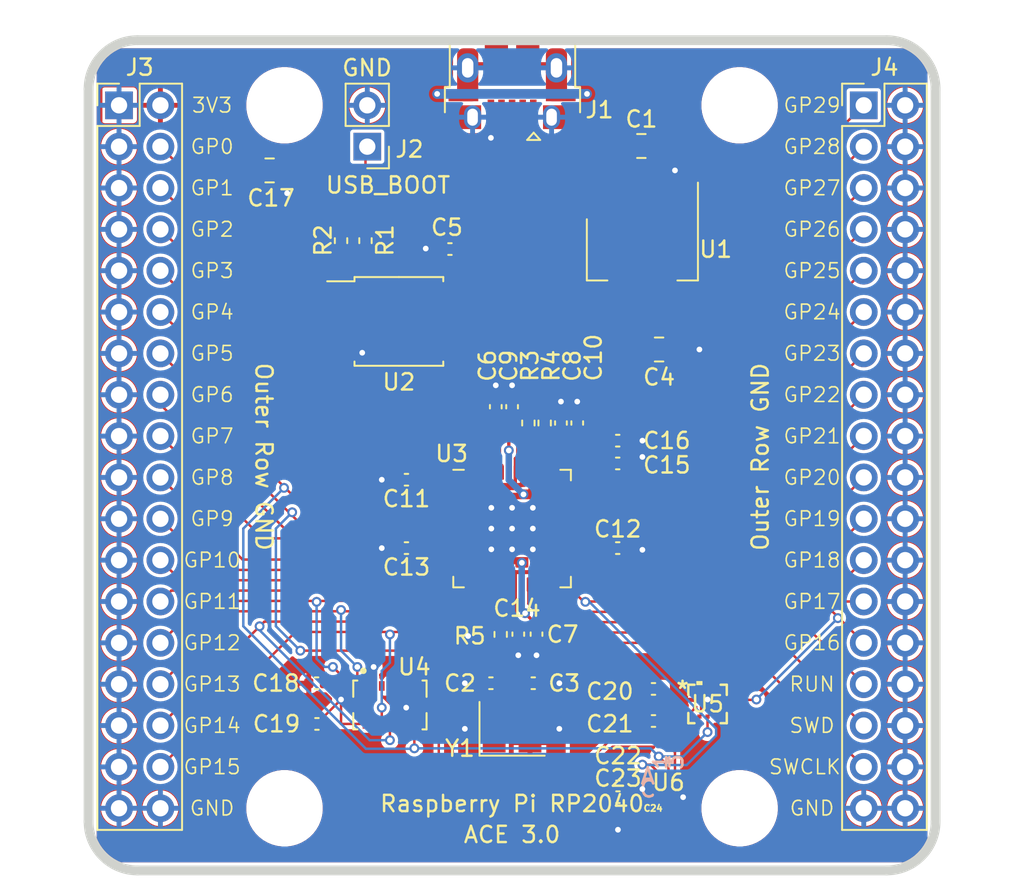
<source format=kicad_pcb>
(kicad_pcb (version 20240108) (generator "pcbnew") (generator_version "8.0")
  (title_block (title "RP2040 Minimal Design Example") (date "2024-01-16") (rev "REV2") (company "Raspberry Pi Ltd"))
  (layers (0 "F.Cu" signal) (31 "B.Cu" signal) (34 "B.Paste" user) (35 "F.Paste" user) (36 "B.SilkS" user "B.Silkscreen") (37 "F.SilkS" user "F.Silkscreen") (38 "B.Mask" user) (39 "F.Mask" user) (44 "Edge.Cuts" user))
  (net 0 "")
  (net 1 "GND")
  (net 2 "VBUS")
  (net 3 "/XIN")
  (net 4 "/XOUT")
  (net 5 "+3V3")
  (net 6 "+1V1")
  (net 8 "/~{USB_BOOT}")
  (net 9 "/GPIO15")
  (net 10 "/GPIO14")
  (net 11 "/GPIO13")
  (net 12 "/GPIO12")
  (net 13 "/GPIO11")
  (net 14 "/GPIO10")
  (net 15 "/GPIO9")
  (net 16 "/GPIO8")
  (net 17 "/GPIO7")
  (net 18 "/GPIO6")
  (net 19 "/GPIO5")
  (net 20 "/GPIO4")
  (net 21 "/GPIO3")
  (net 22 "/GPIO2")
  (net 23 "/GPIO1")
  (net 24 "/GPIO0")
  (net 25 "/GPIO29_ADC3")
  (net 26 "/GPIO28_ADC2")
  (net 27 "/GPIO27_ADC1")
  (net 28 "/GPIO26_ADC0")
  (net 29 "/GPIO25")
  (net 30 "/GPIO24")
  (net 31 "/GPIO23")
  (net 32 "/GPIO22")
  (net 33 "/GPIO21")
  (net 34 "/GPIO20")
  (net 35 "/GPIO19")
  (net 36 "/GPIO18")
  (net 37 "/GPIO16")
  (net 38 "/RUN")
  (net 39 "/SWD")
  (net 40 "/SWCLK")
  (net 41 "/QSPI_SS")
  (net 42 "Net-(U3-USB_DP)")
  (net 43 "Net-(U3-USB_DM)")
  (net 44 "/QSPI_SD3")
  (net 45 "/QSPI_SCLK")
  (net 46 "/QSPI_SD0")
  (net 47 "/QSPI_SD2")
  (net 48 "/QSPI_SD1")
  (net 49 "/USB_D+")
  (net 50 "/USB_D-")
  (net 51 "Net-(C3-Pad1)")
  (net 54 "/SDA")
  (net 55 "/SCL")
  (net 56 "/INT3_GYRO")
  (net 57 "/INT2_ACCEL")
  (net 58 "/INT1_ACCEL")
  (net 59 "/INT4_GYRO")
  (net 60 "/INT_BARO")
  (net 61 "/INT_MAG")
  (footprint "Capacitor_SMD:C_0805_2012Metric" (layer "F.Cu") (at 109.025 89)
    (property "Reference" "C4")
    (property "Value" "10u")
  )
  (footprint "RP2040_minimal:USB_Micro-B_Amphenol_10103594-0001LF_Horizontal_modified" (layer "F.Cu") (at 100 71.7 180)
    (property "Reference" "J1")
    (property "Value" "USB_B_Micro")
  )
  (footprint "Connector_PinHeader_2.54mm:PinHeader_1x02_P2.54mm_Vertical" (layer "F.Cu") (at 91.11 76.54 180)
    (property "Reference" "J2")
    (property "Value" "Conn_01x02")
  )
  (footprint "Connector_PinHeader_2.54mm:PinHeader_2x18_P2.54mm_Vertical" (layer "F.Cu") (at 75.87 74)
    (property "Reference" "J3")
    (property "Value" "Conn_02x18_Odd_Even")
  )
  (footprint "Capacitor_SMD:C_0402_1005Metric" (layer "F.Cu") (at 104 93.515 90)
    (property "Reference" "C10")
    (property "Value" "1u")
  )
  (footprint "Capacitor_SMD:C_0402_1005Metric" (layer "F.Cu") (at 103 93.515 90)
    (property "Reference" "C8")
    (property "Value" "1u")
  )
  (footprint "Capacitor_SMD:C_0402_1005Metric" (layer "F.Cu") (at 93.515 101.2 180)
    (property "Reference" "C13")
    (property "Value" "100n")
  )
  (footprint "Capacitor_SMD:C_0402_1005Metric" (layer "F.Cu") (at 96.185 82.83 180)
    (property "Reference" "C5")
    (property "Value" "100n")
  )
  (footprint "Resistor_SMD:R_0402_1005Metric" (layer "F.Cu") (at 89.5 82.315 -90)
    (property "Reference" "R2")
    (property "Value" "DNF")
  )
  (footprint "Connector_PinHeader_2.54mm:PinHeader_2x18_P2.54mm_Vertical" (layer "F.Cu") (at 121.59 74)
    (property "Reference" "J4")
    (property "Value" "Conn_02x18_Odd_Even")
  )
  (footprint "Package_TO_SOT_SMD:SOT-223-3_TabPin2" (layer "F.Cu") (at 108 82.85 -90)
    (property "Reference" "U1")
    (property "Value" "NCP1117-3.3_SOT223")
  )
  (footprint "Package_SO:SOIC-8_5.23x5.23mm_P1.27mm" (layer "F.Cu") (at 93.05 87.275)
    (property "Reference" "U2")
    (property "Value" "W25Q128JVS")
  )
  (footprint "Resistor_SMD:R_0402_1005Metric" (layer "F.Cu") (at 91 82.315 90)
    (property "Reference" "R1")
    (property "Value" "1k")
  )
  (footprint "Capacitor_SMD:C_0402_1005Metric" (layer "F.Cu") (at 100 92.515 90)
    (property "Reference" "C9")
    (property "Value" "100n")
  )
  (footprint "Capacitor_SMD:C_0402_1005Metric" (layer "F.Cu") (at 106.485 101.2)
    (property "Reference" "C12")
    (property "Value" "100n")
  )
  (footprint "Capacitor_SMD:C_0402_1005Metric" (layer "F.Cu") (at 100.381 106.485 -90)
    (property "Reference" "C14")
    (property "Value" "100n")
  )
  (footprint "Resistor_SMD:R_0402_1005Metric" (layer "F.Cu") (at 101 93.515 -90)
    (property "Reference" "R3")
    (property "Value" "27")
  )
  (footprint "Capacitor_SMD:C_0402_1005Metric" (layer "F.Cu") (at 101.5 106.485 -90)
    (property "Reference" "C7")
    (property "Value" "100n")
  )
  (footprint "Capacitor_SMD:C_0805_2012Metric" (layer "F.Cu") (at 107.9375 76.5)
    (property "Reference" "C1")
    (property "Value" "10u")
  )
  (footprint "Capacitor_SMD:C_0402_1005Metric" (layer "F.Cu") (at 93.515 97 180)
    (property "Reference" "C11")
    (property "Value" "100n")
  )
  (footprint "Capacitor_SMD:C_0402_1005Metric" (layer "F.Cu") (at 106.485 94.6)
    (property "Reference" "C16")
    (property "Value" "100n")
  )
  (footprint "RP2040_minimal:RP2040-QFN-56" (layer "F.Cu") (at 100 100)
    (property "Reference" "U3")
    (property "Value" "RP2040")
  )
  (footprint "MountingHole:MountingHole_2.7mm_M2.5" (layer "F.Cu") (at 113.97 74)
    (property "Reference" "H2" (hide yes))
    (property "Value" "MountingHole")
  )
  (footprint "Resistor_SMD:R_0402_1005Metric" (layer "F.Cu") (at 102 93.515 -90)
    (property "Reference" "R4")
    (property "Value" "27")
  )
  (footprint "MountingHole:MountingHole_2.7mm_M2.5" (layer "F.Cu") (at 113.97 117.18)
    (property "Reference" "H3" (hide yes))
    (property "Value" "MountingHole")
  )
  (footprint "Capacitor_SMD:C_0402_1005Metric" (layer "F.Cu") (at 99 92.515 90)
    (property "Reference" "C6")
    (property "Value" "100n")
  )
  (footprint "Capacitor_SMD:C_0402_1005Metric" (layer "F.Cu") (at 106.485 96)
    (property "Reference" "C15")
    (property "Value" "100n")
  )
  (footprint "MountingHole:MountingHole_2.7mm_M2.5" (layer "F.Cu") (at 86.03 74)
    (property "Reference" "H1" (hide yes))
    (property "Value" "MountingHole")
  )
  (footprint "MountingHole:MountingHole_2.7mm_M2.5" (layer "F.Cu") (at 86.03 117.18)
    (property "Reference" "H4" (hide yes))
    (property "Value" "MountingHole")
  )
  (footprint "Capacitor_SMD:C_0805_2012Metric" (layer "F.Cu") (at 85.115 78)
    (property "Reference" "C17")
    (property "Value" "10u")
  )
  (footprint "Capacitor_SMD:C_0402_1005Metric" (layer "F.Cu") (at 106.5 115.11975)
    (property "Reference" "C22")
    (property "Value" "100n")
  )
  (footprint "Capacitor_SMD:C_0402_1005Metric" (layer "F.Cu") (at 88 109.5)
    (property "Reference" "C18")
    (property "Value" "100n")
  )
  (footprint "Capacitor_SMD:C_0402_1005Metric" (layer "F.Cu") (at 98.7 109.5 180)
    (property "Reference" "C2")
    (property "Value" "15p")
  )
  (footprint "CGB4B3X7R0J225K055AB:CAPC2012X55N" (layer "F.Cu") (at 109.12 118.5)
    (property "Reference" "C24")
    (property "Value" "2.2u")
  )
  (footprint "BMI088:PQFN50P450X300X100-16N" (layer "F.Cu") (at 92.5 110.835)
    (property "Reference" "U4")
    (property "Value" "BMI088")
  )
  (footprint "Capacitor_SMD:C_0402_1005Metric" (layer "F.Cu") (at 88.02 112)
    (property "Reference" "C19")
    (property "Value" "100n")
  )
  (footprint "Capacitor_SMD:C_0402_1005Metric" (layer "F.Cu") (at 101.3 109.5)
    (property "Reference" "C3")
    (property "Value" "15p")
  )
  (footprint "Capacitor_SMD:C_0402_1005Metric" (layer "F.Cu") (at 106.5 116.5)
    (property "Reference" "C23")
    (property "Value" "100n")
  )
  (footprint "Crystal:Crystal_SMD_3225-4Pin_3.2x2.5mm" (layer "F.Cu") (at 100 112.3)
    (property "Reference" "Y1")
    (property "Value" "ABM8-272-T3")
  )
  (footprint "BMM350:BGA9_BMM350_BOS" (layer "F.Cu") (at 109.59995 115.59995)
    (property "Reference" "U6")
    (property "Value" "BMM350")
  )
  (footprint "Capacitor_SMD:C_0402_1005Metric" (layer "F.Cu") (at 108.680699 109.85)
    (property "Reference" "C20")
    (property "Value" "100n")
  )
  (footprint "Capacitor_SMD:C_0402_1005Metric" (layer "F.Cu") (at 108.680699 111.82)
    (property "Reference" "C21")
    (property "Value" "100n")
  )
  (footprint "BMP581:QFN10_BMP581_BOS" (layer "F.Cu") (at 111.999999 110.773001)
    (property "Reference" "U5")
    (property "Value" "BMP581")
  )
  (footprint "Resistor_SMD:R_0402_1005Metric" (layer "F.Cu") (at 99.3 106.5 -90)
    (property "Reference" "R5")
    (property "Value" "1k")
  )
  (gr_line (start 123 121) (end 77 121) (stroke (width 0.6)) (layer "Edge.Cuts"))
  (gr_line (start 126 73) (end 126 118) (stroke (width 0.6)) (layer "Edge.Cuts"))
  (gr_line (start 77 70) (end 123 70) (stroke (width 0.6)) (layer "Edge.Cuts"))
  (gr_line (start 74 118) (end 74 73) (stroke (width 0.6)) (layer "Edge.Cuts"))
  (gr_arc (start 126 118) (mid 125.12132 120.12132) (end 123 121) (stroke (width 0.6)) (layer "Edge.Cuts"))
  (gr_arc (start 123 70) (mid 125.12132 70.87868) (end 126 73) (stroke (width 0.6)) (layer "Edge.Cuts"))
  (gr_arc (start 74 73) (mid 74.87868 70.87868) (end 77 70) (stroke (width 0.6)) (layer "Edge.Cuts"))
  (gr_arc (start 77 121) (mid 74.87868 120.12132) (end 74 118) (stroke (width 0.6)) (layer "Edge.Cuts"))
  (gr_text "GP1" (at 81.585 79.08 0) (layer "F.SilkS") (effects (font (size 0.9 0.9) (thickness 0.1))))
  (gr_text "GP2" (at 81.585 81.62 0) (layer "F.SilkS") (effects (font (size 0.9 0.9) (thickness 0.1))))
  (gr_text "GP3" (at 81.585 84.16 0) (layer "F.SilkS") (effects (font (size 0.9 0.9) (thickness 0.1))))
  (gr_text "GP4" (at 81.585 86.7 0) (layer "F.SilkS") (effects (font (size 0.9 0.9) (thickness 0.1))))
  (gr_text "GP5" (at 81.585 89.24 0) (layer "F.SilkS") (effects (font (size 0.9 0.9) (thickness 0.1))))
  (gr_text "GP6" (at 81.585 91.78 0) (layer "F.SilkS") (effects (font (size 0.9 0.9) (thickness 0.1))))
  (gr_text "GP7" (at 81.585 94.32 0) (layer "F.SilkS") (effects (font (size 0.9 0.9) (thickness 0.1))))
  (gr_text "GP8" (at 81.585 96.86 0) (layer "F.SilkS") (effects (font (size 0.9 0.9) (thickness 0.1))))
  (gr_text "GP9" (at 81.585 99.4 0) (layer "F.SilkS") (effects (font (size 0.9 0.9) (thickness 0.1))))
  (gr_text "GP11" (at 81.585 104.48 0) (layer "F.SilkS") (effects (font (size 0.9 0.9) (thickness 0.1))))
  (gr_text "GP10" (at 81.585 101.94 0) (layer "F.SilkS") (effects (font (size 0.9 0.9) (thickness 0.1))))
  (gr_text "GP12" (at 81.585 107.02 0) (layer "F.SilkS") (effects (font (size 0.9 0.9) (thickness 0.1))))
  (gr_text "GP13" (at 81.585 109.56 0) (layer "F.SilkS") (effects (font (size 0.9 0.9) (thickness 0.1))))
  (gr_text "GP15" (at 81.585 114.64 0) (layer "F.SilkS") (effects (font (size 0.9 0.9) (thickness 0.1))))
  (gr_text "GP14" (at 81.585 112.1 0) (layer "F.SilkS") (effects (font (size 0.9 0.9) (thickness 0.1))))
  (gr_text "GP28" (at 118.415 76.54 0) (layer "F.SilkS") (effects (font (size 0.9 0.9) (thickness 0.1))))
  (gr_text "GP27" (at 118.415 79.08 0) (layer "F.SilkS") (effects (font (size 0.9 0.9) (thickness 0.1))))
  (gr_text "GP26" (at 118.415 81.62 0) (layer "F.SilkS") (effects (font (size 0.9 0.9) (thickness 0.1))))
  (gr_text "GP25" (at 118.415 84.16 0) (layer "F.SilkS") (effects (font (size 0.9 0.9) (thickness 0.1))))
  (gr_text "GP24" (at 118.415 86.7 0) (layer "F.SilkS") (effects (font (size 0.9 0.9) (thickness 0.1))))
  (gr_text "GP23" (at 118.415 89.24 0) (layer "F.SilkS") (effects (font (size 0.9 0.9) (thickness 0.1))))
  (gr_text "GP21" (at 118.415 94.32 0) (layer "F.SilkS") (effects (font (size 0.9 0.9) (thickness 0.1))))
  (gr_text "GP20" (at 118.415 96.86 0) (layer "F.SilkS") (effects (font (size 0.9 0.9) (thickness 0.1))))
  (gr_text "GP19" (at 118.415 99.4 0) (layer "F.SilkS") (effects (font (size 0.9 0.9) (thickness 0.1))))
  (gr_text "GP17" (at 118.415 104.48 0) (layer "F.SilkS") (effects (font (size 0.9 0.9) (thickness 0.1))))
  (gr_text "GP22" (at 118.415 91.78 0) (layer "F.SilkS") (effects (font (size 0.9 0.9) (thickness 0.1))))
  (gr_text "GP18" (at 118.415 101.94 0) (layer "F.SilkS") (effects (font (size 0.9 0.9) (thickness 0.1))))
  (gr_text "SWCLK" (at 117.9705 114.64 0) (layer "F.SilkS") (effects (font (size 0.9 0.9) (thickness 0.1))))
  (gr_text "SWD" (at 118.415 112.1 0) (layer "F.SilkS") (effects (font (size 0.9 0.9) (thickness 0.1))))
  (gr_text "GP16" (at 118.415 107.02 0) (layer "F.SilkS") (effects (font (size 0.9 0.9) (thickness 0.1))))
  (gr_text "RUN" (at 118.415 109.56 0) (layer "F.SilkS") (effects (font (size 0.9 0.9) (thickness 0.1))))
  (gr_text "GND" (at 81.585 117.18 0) (layer "F.SilkS") (effects (font (size 0.9 0.9) (thickness 0.1))))
  (gr_text "GND" (at 118.415 117.18 0) (layer "F.SilkS") (effects (font (size 0.9 0.9) (thickness 0.1))))
  (gr_text "GP29" (at 118.415 74 0) (layer "F.SilkS") (effects (font (size 0.9 0.9) (thickness 0.1))))
  (gr_text "Outer Row GND" (at 84.76 95.59 270) (layer "F.SilkS") (effects (font (size 1 1))))
  (gr_text "Outer Row GND" (at 115.24 95.59 90) (layer "F.SilkS") (effects (font (size 1 1))))
  (gr_text "Raspberry Pi RP2040" (at 100 116.9 0) (layer "F.SilkS") (effects (font (size 1 1))))
  (gr_text "ACE 3.0" (at 100 118.8 0) (layer "F.SilkS") (effects (font (size 1 1))))
  (gr_text "GND" (at 91.1 71.7 0) (layer "F.SilkS") (effects (font (size 1 1))))
  (gr_text "GP0" (at 81.585 76.54 0) (layer "F.SilkS") (effects (font (size 0.9 0.9) (thickness 0.1))))
  (gr_text "3V3" (at 81.585 74 0) (layer "F.SilkS") (effects (font (size 0.9 0.9) (thickness 0.1))))
  (gr_text "\nUSB_BOOT" (at 92.38 78.1 0) (layer "F.SilkS") (effects (font (size 1 1))))
  (segment (start 93.03 101.2) (end 92 101.2) (width 0.2) (layer "F.Cu") (net 1))
  (segment (start 104 93.03) (end 104 92.2) (width 0.2) (layer "F.Cu") (net 1))
  (segment (start 112 110.5) (end 112 110.499998) (width 0.15) (layer "F.Cu") (net 1))
  (segment (start 106.97 101.2) (end 107.075 101.305) (width 0.2) (layer "F.Cu") (net 1))
  (segment (start 106.97 94.6) (end 108 94.6) (width 0.2) (layer "F.Cu") (net 1))
  (segment (start 98.7 74.6) (end 98.7 76) (width 0.2) (layer "F.Cu") (net 1))
  (segment (start 107.075 101.305) (end 108 101.305) (width 0.2) (layer "F.Cu") (net 1))
  (segment (start 110.3 79.7) (end 110.3 78.3) (width 0.2) (layer "F.Cu") (net 1))
  (segment (start 102.46 71.45) (end 102.73 71.72) (width 0.2) (layer "F.Cu") (net 1))
  (segment (start 110.3 78.3) (end 110 78) (width 0.2) (layer "F.Cu") (net 1))
  (segment (start 95.375 82.8) (end 94.7 82.8) (width 0.2) (layer "F.Cu") (net 1))
  (segment (start 109.1999 115.59995) (end 109.59995 115.59995) (width 0.15) (layer "F.Cu") (net 1))
  (segment (start 112.499998 111.546002) (end 112.3956 111.441604) (width 0.15) (layer "F.Cu") (net 1))
  (segment (start 111.604398 110.895602) (end 112 110.5) (width 0.15) (layer "F.Cu") (net 1))
  (segment (start 101.5 106.97) (end 101.5 107.782004) (width 0.2) (layer "F.Cu") (net 1))
  (segment (start 89.5 112) (end 89.5 110.5) (width 0.15) (layer "F.Cu") (net 1))
  (segment (start 106.97 96) (end 107.6 96) (width 0.15) (layer "F.Cu") (net 1))
  (segment (start 97.54 71.45) (end 97.27 71.72) (width 0.2) (layer "F.Cu") (net 1))
  (segment (start 88.48 109.5) (end 88.5 109.5) (width 0.15) (layer "F.Cu") (net 1))
  (segment (start 112 110.5) (end 111.999999 110) (width 0.15) (layer "F.Cu") (net 1))
  (segment (start 108.875 76.875) (end 110 78) (width 0.2) (layer "F.Cu") (net 1))
  (segment (start 106.98 116.5) (end 107.5 116.5) (width 0.15) (layer "F.Cu") (net 1))
  (segment (start 89.45 89.18) (end 90.78 89.18) (width 0.2) (layer "F.Cu") (net 1))
  (segment (start 92.5 110) (end 93.5 111) (width 0.15) (layer "F.Cu") (net 1))
  (segment (start 86.14 78) (end 86.14 79.35) (width 0.15) (layer "F.Cu") (net 1))
  (segment (start 110.05 89) (end 111.5 89) (width 0.2) (layer "F.Cu") (net 1))
  (segment (start 99 104.6545) (end 99 103.4375) (width 0.15) (layer "F.Cu") (net 1))
  (segment (start 99.04 71.45) (end 97.54 71.45) (width 0.2) (layer "F.Cu") (net 1))
  (segment (start 108.40005 115.59995) (end 109.1999 115.59995) (width 0.15) (layer "F.Cu") (net 1))
  (segment (start 97.3 106.6) (end 97.3 106.3545) (width 0.15) (layer "F.Cu") (net 1))
  (segment (start 111.5 111.546002) (end 111.604398 111.441604) (width 0.15) (layer "F.Cu") (net 1))
  (segment (start 99 92.03) (end 99 91.200008) (width 0.2) (layer "F.Cu") (net 1))
  (segment (start 93.5 109.67) (end 93.5 111) (width 0.15) (layer "F.Cu") (net 1))
  (segment (start 107.6 96) (end 108 95.6) (width 0.15) (layer "F.Cu") (net 1))
  (segment (start 107.5 116.5) (end 108 116) (width 0.15) (layer "F.Cu") (net 1))
  (segment (start 112.3956 111.441604) (end 112.3956 110.8956) (width 0.15) (layer "F.Cu") (net 1))
  (segment (start 88.5 112) (end 88.5 111.5) (width 0.15) (layer "F.Cu") (net 1))
  (segment (start 107.17975 115.11975) (end 107.17975 115.17975) (width 0.15) (layer "F.Cu") (net 1))
  (segment (start 106.5 118.5) (end 108.24 118.5) (width 0.15) (layer "F.Cu") (net 1))
  (segment (start 95.7 82.83) (end 95.405 82.83) (width 0.2) (layer "F.Cu") (net 1))
  (segment (start 89.5 110.5) (end 89.25 110.25) (width 0.15) (layer "F.Cu") (net 1))
  (segment (start 100.381 107.781984) (end 100.380994 107.78199) (width 0.2) (layer "F.Cu") (net 1))
  (segment (start 100.381 106.97) (end 100.381 107.781984) (width 0.2) (layer "F.Cu") (net 1))
  (segment (start 88.5 111.5) (end 89.5 110.5) (width 0.15) (layer "F.Cu") (net 1))
  (segment (start 88.5 109.5) (end 89.5 110.5) (width 0.15) (layer "F.Cu") (net 1))
  (segment (start 100 92.03) (end 100 91.2) (width 0.2) (layer "F.Cu") (net 1))
  (segment (start 112.3956 110.8956) (end 112 110.5) (width 0.15) (layer "F.Cu") (net 1))
  (segment (start 103 93.03) (end 103 92.2) (width 0.2) (layer "F.Cu") (net 1))
  (segment (start 93.03 97) (end 92 97) (width 0.2) (layer "F.Cu") (net 1))
  (segment (start 95.405 82.83) (end 95.375 82.8) (width 0.2) (layer "F.Cu") (net 1))
  (segment (start 108 116) (end 108.40005 115.59995) (width 0.15) (layer "F.Cu") (net 1))
  (segment (start 90.78 89.18) (end 90.8 89.2) (width 0.2) (layer "F.Cu") (net 1))
  (segment (start 86.14 79.35) (end 86.19 79.4) (width 0.15) (layer "F.Cu") (net 1))
  (segment (start 97.3 106.3545) (end 99 104.6545) (width 0.15) (layer "F.Cu") (net 1))
  (segment (start 91.5 108.5) (end 91.5 109.67) (width 0.15) (layer "F.Cu") (net 1))
  (segment (start 111.604398 111.441604) (end 111.604398 110.895602) (width 0.15) (layer "F.Cu") (net 1))
  (segment (start 107.17975 115.17975) (end 108 116) (width 0.15) (layer "F.Cu") (net 1))
  (segment (start 110 116) (end 110.5 116.5) (width 0.15) (layer "F.Cu") (net 1))
  (segment (start 93.5 112) (end 93.5 111) (width 0.15) (layer "F.Cu") (net 1))
  (segment (start 100.96 71.45) (end 102.46 71.45) (width 0.2) (layer "F.Cu") (net 1))
  (segment (start 91 112) (end 89.5 112) (width 0.15) (layer "F.Cu") (net 1))
  (segment (start 112 110.499998) (end 112.499998 110) (width 0.15) (layer "F.Cu") (net 1))
  (segment (start 108.875 76.5) (end 108.875 76.875) (width 0.2) (layer "F.Cu") (net 1))
  (segment (start 92.5 109.67) (end 92.5 110) (width 0.15) (layer "F.Cu") (net 1))
  (via (at 97.1 112.3) (size 0.6) (drill 0.35) (layers "F.Cu" "B.Cu") (net 1))
  (via (at 97.1 109.5) (size 0.6) (drill 0.35) (layers "F.Cu" "B.Cu") (net 1))
  (via (at 102.9 109.5) (size 0.6) (drill 0.35) (layers "F.Cu" "B.Cu") (net 1))
  (via (at 110.5 116.5) (size 0.6) (drill 0.35) (layers "F.Cu" "B.Cu") (net 1))
  (via (at 99 91.200008) (size 0.6) (drill 0.35) (layers "F.Cu" "B.Cu") (net 1))
  (via (at 97.3 106.6) (size 0.6) (drill 0.35) (layers "F.Cu" "B.Cu") (net 1))
  (via (at 92 97) (size 0.6) (drill 0.35) (layers "F.Cu" "B.Cu") (net 1))
  (via (at 91.5 108.5) (size 0.6) (drill 0.35) (layers "F.Cu" "B.Cu") (net 1))
  (via (at 98.7 76) (size 0.6) (drill 0.35) (layers "F.Cu" "B.Cu") (net 1))
  (via (at 108 101.305) (size 0.6) (drill 0.35) (layers "F.Cu" "B.Cu") (net 1))
  (via (at 86.19 79.4) (size 0.6) (drill 0.35) (layers "F.Cu" "B.Cu") (net 1))
  (via (at 101.5 107.782004) (size 0.6) (drill 0.35) (layers "F.Cu" "B.Cu") (net 1))
  (via (at 102.9 112.3) (size 0.6) (drill 0.35) (layers "F.Cu" "B.Cu") (net 1))
  (via (at 92 101.2) (size 0.6) (drill 0.35) (layers "F.Cu" "B.Cu") (net 1))
  (via (at 108 94.6) (size 0.6) (drill 0.35) (layers "F.Cu" "B.Cu") (net 1))
  (via (at 111.5 89) (size 0.6) (drill 0.35) (layers "F.Cu" "B.Cu") (net 1))
  (via (at 103 92.2) (size 0.6) (drill 0.35) (layers "F.Cu" "B.Cu") (net 1))
  (via (at 94.7 82.8) (size 0.6) (drill 0.35) (layers "F.Cu" "B.Cu") (net 1))
  (via (at 100.380994 107.78199) (size 0.6) (drill 0.35) (layers "F.Cu" "B.Cu") (net 1))
  (via (at 108 116) (size 0.6) (drill 0.35) (layers "F.Cu" "B.Cu") (net 1))
  (via (at 108 95.6) (size 0.6) (drill 0.35) (layers "F.Cu" "B.Cu") (net 1))
  (via (at 106.5 118.5) (size 0.6) (drill 0.35) (layers "F.Cu" "B.Cu") (net 1))
  (via (at 90.8 89.2) (size 0.6) (drill 0.35) (layers "F.Cu" "B.Cu") (net 1))
  (via (at 104 92.2) (size 0.6) (drill 0.35) (layers "F.Cu" "B.Cu") (net 1))
  (via (at 112 110.5) (size 0.6) (drill 0.35) (layers "F.Cu" "B.Cu") (net 1))
  (via (at 93.5 111) (size 0.6) (drill 0.35) (layers "F.Cu" "B.Cu") (net 1))
  (via (at 89.5 110.5) (size 0.6) (drill 0.35) (layers "F.Cu" "B.Cu") (net 1))
  (via (at 110 78) (size 0.6) (drill 0.35) (layers "F.Cu" "B.Cu") (net 1))
  (via (at 100 91.2) (size 0.6) (drill 0.35) (layers "F.Cu" "B.Cu") (net 1))
  (segment (start 103.299999 92.499999) (end 103 92.2) (width 0.2) (layer "B.Cu") (net 1))
  (segment (start 104 93) (end 103.8 93) (width 0.2) (layer "B.Cu") (net 1))
  (segment (start 103.8 93) (end 103.299999 92.499999) (width 0.2) (layer "B.Cu") (net 1))
  (segment (start 101.3 74.525) (end 101.3 75.5) (width 0.4) (layer "F.Cu") (net 2))
  (segment (start 101.3 75.5) (end 102.1 76.3) (width 0.4) (layer "F.Cu") (net 2))
  (segment (start 99.4 104.937861) (end 98.6 105.737861) (width 0.15) (layer "F.Cu") (net 3))
  (segment (start 99.4 103.4375) (end 99.4 104.937861) (width 0.15) (layer "F.Cu") (net 3))
  (segment (start 98.6 108.92) (end 99.18 109.5) (width 0.15) (layer "F.Cu") (net 3))
  (segment (start 99.18 109.5) (end 100 110.32) (width 0.15) (layer "F.Cu") (net 3))
  (segment (start 98.6 105.737861) (end 98.6 108.92) (width 0.15) (layer "F.Cu") (net 3))
  (segment (start 100 112.3) (end 99.15 113.15) (width 0.15) (layer "F.Cu") (net 3))
  (segment (start 99.15 113.15) (end 98.9 113.15) (width 0.15) (layer "F.Cu") (net 3))
  (segment (start 100 110.32) (end 100 112.3) (width 0.15) (layer "F.Cu") (net 3))
  (segment (start 99.8 105.1) (end 99.3 105.6) (width 0.15) (layer "F.Cu") (net 4))
  (segment (start 99.3 105.6) (end 99.3 105.99) (width 0.15) (layer "F.Cu") (net 4))
  (segment (start 99.8 103.4375) (end 99.8 105.1) (width 0.15) (layer "F.Cu") (net 4))
  (segment (start 92 109.225) (end 92.725 108.5) (width 0.15) (layer "F.Cu") (net 5))
  (segment (start 92.725 108.5) (end 93 108.5) (width 0.15) (layer "F.Cu") (net 5))
  (segment (start 96.5625 101) (end 94.2 101) (width 0.2) (layer "F.Cu") (net 5))
  (segment (start 100.2 102.8) (end 100 102.6) (width 0.2) (layer "F.Cu") (net 5))
  (segment (start 94.2 101) (end 94 101.2) (width 0.2) (layer "F.Cu") (net 5))
  (segment (start 100.9525 106.2515) (end 100.9525 108.163) (width 0.15) (layer "F.Cu") (net 5))
  (segment (start 103.4375 101) (end 102.6 101) (width 0.2) (layer "F.Cu") (net 5))
  (segment (start 100.2 95.7) (end 100.2 96.5625) (width 0.2) (layer "F.Cu") (net 5))
  (segment (start 96.5625 101) (end 97.4 101) (width 0.2) (layer "F.Cu") (net 5))
  (segment (start 100.2 105.5055) (end 100.381 105.6865) (width 0.2) (layer "F.Cu") (net 5))
  (segment (start 92 110.257537) (end 93 111.257537) (width 0.15) (layer "F.Cu") (net 5))
  (segment (start 100.6 95.799998) (end 100.350001 95.549999) (width 0.2) (layer "F.Cu") (net 5))
  (segment (start 100.381 106) (end 100.701 106) (width 0.15) (layer "F.Cu") (net 5))
  (segment (start 100.6 97.2) (end 100.4 97.4) (width 0.2) (layer "F.Cu") (net 5))
  (segment (start 103.4375 101) (end 105.8 101) (width 0.2) (layer "F.Cu") (net 5))
  (segment (start 101.096505 108.307005) (end 102.141995 108.307005) (width 0.15) (layer "F.Cu") (net 5))
  (segment (start 100.701 106) (end 100.9525 106.2515) (width 0.15) (layer "F.Cu") (net 5))
  (segment (start 100.350001 94.112535) (end 100.350001 95.549999) (width 0.2) (layer "F.Cu") (net 5))
  (segment (start 100.2 103.4375) (end 100.2 105.5055) (width 0.2) (layer "F.Cu") (net 5))
  (segment (start 105.8 101) (end 106 101.2) (width 0.2) (layer "F.Cu") (net 5))
  (segment (start 93 111.257537) (end 93 112) (width 0.15) (layer "F.Cu") (net 5))
  (segment (start 93 112.5) (end 93 112) (width 0.15) (layer "F.Cu") (net 5))
  (segment (start 96.5625 97.4) (end 97.4 97.4) (width 0.2) (layer "F.Cu") (net 5))
  (segment (start 100 93) (end 100 93.762534) (width 0.2) (layer "F.Cu") (net 5))
  (segment (start 100.6 96.5625) (end 100.6 97.2) (width 0.2) (layer "F.Cu") (net 5))
  (segment (start 100.9525 108.163) (end 101.096505 108.307005) (width 0.15) (layer "F.Cu") (net 5))
  (segment (start 100.6 96.5625) (end 100.6 95.799998) (width 0.2) (layer "F.Cu") (net 5))
  (segment (start 100.2 96.5625) (end 100.2 97.4) (width 0.2) (layer "F.Cu") (net 5))
  (segment (start 108 86) (end 108 89) (width 0.2) (layer "F.Cu") (net 5))
  (segment (start 100.381 105.6865) (end 100.381 106) (width 0.2) (layer "F.Cu") (net 5))
  (segment (start 100.350001 95.549999) (end 100.2 95.7) (width 0.2) (layer "F.Cu") (net 5))
  (segment (start 102.2 96.1) (end 103.6 94.7) (width 0.2) (layer "F.Cu") (net 5))
  (segment (start 110 115.59995) (end 110.90005 115.59995) (width 0.15) (layer "F.Cu") (net 5))
  (segment (start 100.2 97.4) (end 100.2 97) (width 0.2) (layer "F.Cu") (net 5))
  (segment (start 100 93.762534) (end 100.350001 94.112535) (width 0.2) (layer "F.Cu") (net 5))
  (segment (start 92 109.67) (end 92 109.225) (width 0.15) (layer "F.Cu") (net 5))
  (segment (start 96.65 85.37) (end 96.65 82.85) (width 0.2) (layer "F.Cu") (net 5))
  (segment (start 100.2 103.4375) (end 100.2 102.8) (width 0.2) (layer "F.Cu") (net 5))
  (segment (start 102.2 96.5625) (end 102.2 96.1) (width 0.2) (layer "F.Cu") (net 5))
  (segment (start 96.65 82.85) (end 96.67 82.83) (width 0.2) (layer "F.Cu") (net 5))
  (segment (start 96.5625 97.4) (end 95.7 97.4) (width 0.2) (layer "F.Cu") (net 5))
  (segment (start 74.7 72.9) (end 74.7 75.2) (width 0.3) (layer "F.Cu") (net 5))
  (segment (start 92 109.67) (end 92 110.257537) (width 0.15) (layer "F.Cu") (net 5))
  (via (at 104.6 73.3) (size 0.6) (drill 0.35) (layers "F.Cu" "B.Cu") (net 5))
  (via (at 95.4 73.3) (size 0.6) (drill 0.35) (layers "F.Cu" "B.Cu") (net 5))
  (segment (start 104.6 73.3) (end 95.4 73.3) (width 0.6) (layer "B.Cu") (net 5))
  (segment (start 99.8 96.5625) (end 99.8 95.199994) (width 0.2) (layer "F.Cu") (net 6))
  (segment (start 101.8 95.8) (end 103 94.6) (width 0.2) (layer "F.Cu") (net 6))
  (segment (start 99 93.295) (end 99.8 94.095) (width 0.2) (layer "F.Cu") (net 6))
  (segment (start 101.5 105.9) (end 100.8 105.2) (width 0.2) (layer "F.Cu") (net 6))
  (segment (start 100.6 105) (end 100.8 105.2) (width 0.2) (layer "F.Cu") (net 6))
  (segment (start 99.8 94.095) (end 99.8 94.77573) (width 0.2) (layer "F.Cu") (net 6))
  (segment (start 101.5 106) (end 101.5 105.9) (width 0.2) (layer "F.Cu") (net 6))
  (segment (start 101.8 96.5625) (end 101.8 95.8) (width 0.2) (layer "F.Cu") (net 6))
  (segment (start 101.8 96.5625) (end 101.8 97.4) (width 0.2) (layer "F.Cu") (net 6))
  (segment (start 99 93) (end 99 93.295) (width 0.2) (layer "F.Cu") (net 6))
  (segment (start 99.8 94.77573) (end 99.8 95.199994) (width 0.2) (layer "F.Cu") (net 6))
  (segment (start 103 94.6) (end 103 94) (width 0.2) (layer "F.Cu") (net 6))
  (segment (start 100.6 103.4375) (end 100.6 105) (width 0.2) (layer "F.Cu") (net 6))
  (via (at 99.8 95.199994) (size 0.6) (drill 0.35) (layers "F.Cu" "B.Cu") (net 6))
  (via (at 100.7 97.9) (size 0.6) (drill 0.35) (layers "F.Cu" "B.Cu") (net 6))
  (via (at 100.8 105.2) (size 0.6) (drill 0.35) (layers "F.Cu" "B.Cu") (net 6))
  (via (at 100.59997 102.1) (size 0.6) (drill 0.35) (layers "F.Cu" "B.Cu") (net 6))
  (segment (start 100.8 105.2) (end 100.59 104.99) (width 0.4) (layer "B.Cu") (net 6))
  (segment (start 100.59 104.99) (end 100.59 102.10997) (width 0.4) (layer "B.Cu") (net 6))
  (segment (start 100.59 102.10997) (end 100.59997 102.1) (width 0.4) (layer "B.Cu") (net 6))
  (segment (start 99.8 97.01) (end 100.69 97.9) (width 0.4) (layer "B.Cu") (net 6))
  (segment (start 99.8 95.199994) (end 99.8 97.01) (width 0.4) (layer "B.Cu") (net 6))
  (segment (start 100.69 97.9) (end 100.7 97.9) (width 0.4) (layer "B.Cu") (net 6))
  (segment (start 91 76.65) (end 91.11 76.54) (width 0.15) (layer "F.Cu") (net 8))
  (segment (start 91 81.83) (end 91 76.65) (width 0.15) (layer "F.Cu") (net 8))
  (segment (start 79.08 103.81) (end 78.41 104.48) (width 0.15) (layer "F.Cu") (net 13))
  (segment (start 96.5625 102.6) (end 96.13 102.6) (width 0.15) (layer "F.Cu") (net 13))
  (segment (start 94.92 103.81) (end 79.08 103.81) (width 0.15) (layer "F.Cu") (net 13))
  (segment (start 96.13 102.6) (end 94.92 103.81) (width 0.15) (layer "F.Cu") (net 13))
  (segment (start 96.5625 102.2) (end 95.26 102.2) (width 0.15) (layer "F.Cu") (net 14))
  (segment (start 95.26 102.2) (end 94.285 103.175) (width 0.15) (layer "F.Cu") (net 14))
  (segment (start 79.645 103.175) (end 78.41 101.94) (width 0.15) (layer "F.Cu") (net 14))
  (segment (start 94.285 103.175) (end 79.645 103.175) (width 0.15) (layer "F.Cu") (net 14))
  (segment (start 94.285 102.54) (end 81.55 102.54) (width 0.15) (layer "F.Cu") (net 15))
  (segment (start 81.55 102.54) (end 78.41 99.4) (width 0.15) (layer "F.Cu") (net 15))
  (segment (start 96.5625 101.8) (end 95.025 101.8) (width 0.15) (layer "F.Cu") (net 15))
  (segment (start 95.025 101.8) (end 94.285 102.54) (width 0.15) (layer "F.Cu") (net 15))
  (segment (start 83.455 101.905) (end 78.41 96.86) (width 0.15) (layer "F.Cu") (net 16))
  (segment (start 94.285 101.905) (end 83.455 101.905) (width 0.15) (layer "F.Cu") (net 16))
  (segment (start 94.79 101.4) (end 94.285 101.905) (width 0.15) (layer "F.Cu") (net 16))
  (segment (start 96.5625 101.4) (end 94.79 101.4) (width 0.15) (layer "F.Cu") (net 16))
  (segment (start 96.5625 100.6) (end 84.69 100.6) (width 0.15) (layer "F.Cu") (net 17))
  (segment (start 84.69 100.6) (end 78.41 94.32) (width 0.15) (layer "F.Cu") (net 17))
  (segment (start 86.23 100.2) (end 78.41 92.38) (width 0.15) (layer "F.Cu") (net 18))
  (segment (start 78.41 92.38) (end 78.41 91.78) (width 0.15) (layer "F.Cu") (net 18))
  (segment (start 96.5625 100.2) (end 86.23 100.2) (width 0.15) (layer "F.Cu") (net 18))
  (segment (start 88.84 99) (end 82.22 92.38) (width 0.15) (layer "F.Cu") (net 21))
  (segment (start 96.5625 99) (end 88.84 99) (width 0.15) (layer "F.Cu") (net 21))
  (segment (start 82.22 87.9525) (end 78.4275 84.16) (width 0.15) (layer "F.Cu") (net 21))
  (segment (start 82.22 92.38) (end 82.22 87.9525) (width 0.15) (layer "F.Cu") (net 21))
  (segment (start 78.4275 84.16) (end 78.41 84.16) (width 0.15) (layer "F.Cu") (net 21))
  (segment (start 96.5625 98.6) (end 89.71 98.6) (width 0.15) (layer "F.Cu") (net 22))
  (segment (start 83.49 86.6825) (end 78.4275 81.62) (width 0.15) (layer "F.Cu") (net 22))
  (segment (start 78.4275 81.62) (end 78.41 81.62) (width 0.15) (layer "F.Cu") (net 22))
  (segment (start 83.49 92.38) (end 83.49 86.6825) (width 0.15) (layer "F.Cu") (net 22))
  (segment (start 89.71 98.6) (end 83.49 92.38) (width 0.15) (layer "F.Cu") (net 22))
  (segment (start 84.76 85.4125) (end 78.4275 79.08) (width 0.15) (layer "F.Cu") (net 23))
  (segment (start 90.58 98.2) (end 84.76 92.38) (width 0.15) (layer "F.Cu") (net 23))
  (segment (start 84.76 92.38) (end 84.76 85.4125) (width 0.15) (layer "F.Cu") (net 23))
  (segment (start 96.5625 98.2) (end 90.58 98.2) (width 0.15) (layer "F.Cu") (net 23))
  (segment (start 78.4275 79.08) (end 78.41 79.08) (width 0.15) (layer "F.Cu") (net 23))
  (segment (start 96.5625 97.8) (end 91.45 97.8) (width 0.15) (layer "F.Cu") (net 24))
  (segment (start 86.03 92.38) (end 86.03 84.16) (width 0.15) (layer "F.Cu") (net 24))
  (segment (start 91.45 97.8) (end 86.03 92.38) (width 0.15) (layer "F.Cu") (net 24))
  (segment (start 86.03 84.16) (end 78.41 76.54) (width 0.15) (layer "F.Cu") (net 24))
  (segment (start 121.58125 74) (end 121.59 74) (width 0.15) (layer "F.Cu") (net 25))
  (segment (start 106.645 97.8) (end 112.065 92.38) (width 0.15) (layer "F.Cu") (net 25))
  (segment (start 112.065 92.38) (end 112.065 83.51625) (width 0.15) (layer "F.Cu") (net 25))
  (segment (start 103.4375 97.8) (end 106.645 97.8) (width 0.15) (layer "F.Cu") (net 25))
  (segment (start 112.065 83.51625) (end 121.58125 74) (width 0.15) (layer "F.Cu") (net 25))
  (segment (start 103.4375 98.2) (end 107.515 98.2) (width 0.15) (layer "F.Cu") (net 26))
  (segment (start 107.515 98.2) (end 113.335 92.38) (width 0.15) (layer "F.Cu") (net 26))
  (segment (start 120.93 77.2) (end 121.59 76.54) (width 0.15) (layer "F.Cu") (net 26))
  (segment (start 113.335 92.38) (end 113.335 84.795) (width 0.15) (layer "F.Cu") (net 26))
  (segment (start 113.335 84.795) (end 120.93 77.2) (width 0.15) (layer "F.Cu") (net 26))
  (segment (start 120.92 79.75) (end 121.59 79.08) (width 0.15) (layer "F.Cu") (net 27))
  (segment (start 114.605 86.065) (end 120.92 79.75) (width 0.15) (layer "F.Cu") (net 27))
  (segment (start 114.605 92.38) (end 114.605 86.065) (width 0.15) (layer "F.Cu") (net 27))
  (segment (start 108.385 98.6) (end 114.605 92.38) (width 0.15) (layer "F.Cu") (net 27))
  (segment (start 103.4375 98.6) (end 108.385 98.6) (width 0.15) (layer "F.Cu") (net 27))
  (segment (start 115.875 92.3975) (end 115.875 87.335) (width 0.15) (layer "F.Cu") (net 28))
  (segment (start 120.92 82.29) (end 121.59 81.62) (width 0.15) (layer "F.Cu") (net 28))
  (segment (start 115.875 87.335) (end 120.92 82.29) (width 0.15) (layer "F.Cu") (net 28))
  (segment (start 103.4375 99) (end 109.2725 99) (width 0.15) (layer "F.Cu") (net 28))
  (segment (start 109.2725 99) (end 115.875 92.3975) (width 0.15) (layer "F.Cu") (net 28))
  (segment (start 103.4375 99.4) (end 110.125 99.4) (width 0.15) (layer "F.Cu") (net 29))
  (segment (start 117.145 92.38) (end 117.145 88.605) (width 0.15) (layer "F.Cu") (net 29))
  (segment (start 117.145 88.605) (end 120.92 84.83) (width 0.15) (layer "F.Cu") (net 29))
  (segment (start 110.125 99.4) (end 117.145 92.38) (width 0.15) (layer "F.Cu") (net 29))
  (segment (start 120.92 84.83) (end 121.59 84.16) (width 0.15) (layer "F.Cu") (net 29))
  (segment (start 118.415 89.875) (end 120.92 87.37) (width 0.15) (layer "F.Cu") (net 30))
  (segment (start 110.995 99.8) (end 118.415 92.38) (width 0.15) (layer "F.Cu") (net 30))
  (segment (start 120.92 87.37) (end 121.59 86.7) (width 0.15) (layer "F.Cu") (net 30))
  (segment (start 118.415 92.38) (end 118.415 89.875) (width 0.15) (layer "F.Cu") (net 30))
  (segment (start 103.4375 99.8) (end 110.995 99.8) (width 0.15) (layer "F.Cu") (net 30))
  (segment (start 119.685 91.145) (end 119.685 92.38) (width 0.15) (layer "F.Cu") (net 31))
  (segment (start 111.865 100.2) (end 105.2 100.2) (width 0.15) (layer "F.Cu") (net 31))
  (segment (start 119.685 92.38) (end 111.865 100.2) (width 0.15) (layer "F.Cu") (net 31))
  (segment (start 121.59 89.24) (end 119.685 91.145) (width 0.15) (layer "F.Cu") (net 31))
  (segment (start 105.2 100.2) (end 103.4375 100.2) (width 0.15) (layer "F.Cu") (net 31))
  (segment (start 120.32 93.05) (end 121.59 91.78) (width 0.15) (layer "F.Cu") (net 32))
  (segment (start 112.77 100.6) (end 120.32 93.05) (width 0.15) (layer "F.Cu") (net 32))
  (segment (start 103.4375 100.6) (end 112.77 100.6) (width 0.15) (layer "F.Cu") (net 32))
  (segment (start 105.10875 101.94) (end 113.97 101.94) (width 0.15) (layer "F.Cu") (net 33))
  (segment (start 120.32 95.59) (end 121.59 94.32) (width 0.15) (layer "F.Cu") (net 33))
  (segment (start 113.97 101.94) (end 120.32 95.59) (width 0.15) (layer "F.Cu") (net 33))
  (segment (start 103.4375 101.4) (end 104.56875 101.4) (width 0.15) (layer "F.Cu") (net 33))
  (segment (start 104.56875 101.4) (end 105.10875 101.94) (width 0.15) (layer "F.Cu") (net 33))
  (segment (start 104.305 101.8) (end 105.08 102.575) (width 0.15) (layer "F.Cu") (net 34))
  (segment (start 115.875 102.575) (end 120.32 98.13) (width 0.15) (layer "F.Cu") (net 34))
  (segment (start 103.4375 101.8) (end 104.305 101.8) (width 0.15) (layer "F.Cu") (net 34))
  (segment (start 120.32 98.13) (end 121.59 96.86) (width 0.15) (layer "F.Cu") (net 34))
  (segment (start 105.08 102.575) (end 115.875 102.575) (width 0.15) (layer "F.Cu") (net 34))
  (segment (start 117.78 103.21) (end 120.32 100.67) (width 0.15) (layer "F.Cu") (net 35))
  (segment (start 120.32 100.67) (end 121.59 99.4) (width 0.15) (layer "F.Cu") (net 35))
  (segment (start 105.08 103.21) (end 117.78 103.21) (width 0.15) (layer "F.Cu") (net 35))
  (segment (start 104.07 102.2) (end 105.08 103.21) (width 0.15) (layer "F.Cu") (net 35))
  (segment (start 103.4375 102.2) (end 104.07 102.2) (width 0.15) (layer "F.Cu") (net 35))
  (segment (start 103.835 102.6) (end 103.4375 102.6) (width 0.15) (layer "F.Cu") (net 36))
  (segment (start 105.08 103.845) (end 103.835 102.6) (width 0.15) (layer "F.Cu") (net 36))
  (segment (start 121.59 101.94) (end 119.685 103.845) (width 0.15) (layer "F.Cu") (net 36))
  (segment (start 119.685 103.845) (end 105.08 103.845) (width 0.15) (layer "F.Cu") (net 36))
  (segment (start 101.8 104.2) (end 101.8 103.4375) (width 0.15) (layer "F.Cu") (net 38))
  (segment (start 121.59 109.56) (end 117.78 105.75) (width 0.15) (layer "F.Cu") (net 38))
  (segment (start 117.78 105.75) (end 103.35 105.75) (width 0.15) (layer "F.Cu") (net 38))
  (segment (start 103.35 105.75) (end 101.8 104.2) (width 0.15) (layer "F.Cu") (net 38))
  (segment (start 103.385 106.385) (end 101.4 104.4) (width 0.15) (layer "F.Cu") (net 39))
  (segment (start 101.4 104.4) (end 101.4 103.4375) (width 0.15) (layer "F.Cu") (net 39))
  (segment (start 121.59 112.1) (end 115.875 106.385) (width 0.15) (layer "F.Cu") (net 39))
  (segment (start 115.875 106.385) (end 103.385 106.385) (width 0.15) (layer "F.Cu") (net 39))
  (segment (start 113.97 107.02) (end 103.408501 107.02) (width 0.15) (layer "F.Cu") (net 40))
  (segment (start 103.408501 107.02) (end 101 104.611499) (width 0.15) (layer "F.Cu") (net 40))
  (segment (start 121.59 114.64) (end 113.97 107.02) (width 0.15) (layer "F.Cu") (net 40))
  (segment (start 101 104.611499) (end 101 103.4375) (width 0.15) (layer "F.Cu") (net 40))
  (segment (start 97.4 96.4) (end 97.4 96.6) (width 0.15) (layer "F.Cu") (net 41))
  (segment (start 89.45 82.85) (end 89.5 82.8) (width 0.15) (layer "F.Cu") (net 41))
  (segment (start 88.6 91.3) (end 92.3 91.3) (width 0.15) (layer "F.Cu") (net 41))
  (segment (start 87.5 86.8) (end 87.5 90.2) (width 0.15) (layer "F.Cu") (net 41))
  (segment (start 92.3 91.3) (end 97.4 96.4) (width 0.15) (layer "F.Cu") (net 41))
  (segment (start 89.45 85.37) (end 88.93 85.37) (width 0.15) (layer "F.Cu") (net 41))
  (segment (start 87.5 90.2) (end 88.6 91.3) (width 0.15) (layer "F.Cu") (net 41))
  (segment (start 88.93 85.37) (end 87.5 86.8) (width 0.15) (layer "F.Cu") (net 41))
  (segment (start 89.45 85.37) (end 89.45 82.85) (width 0.15) (layer "F.Cu") (net 41))
  (segment (start 89.5 82.8) (end 91 82.8) (width 0.15) (layer "F.Cu") (net 41))
  (segment (start 97.4 96.6) (end 97.4 96.6275) (width 0.15) (layer "F.Cu") (net 41))
  (segment (start 101 96.5625) (end 101 94) (width 0.2) (layer "F.Cu") (net 42))
  (segment (start 101.4 95.3) (end 102 94.7) (width 0.2) (layer "F.Cu") (net 43))
  (segment (start 101.4 96.5625) (end 101.4 95.3) (width 0.2) (layer "F.Cu") (net 43))
  (segment (start 102 94.7) (end 102 94) (width 0.2) (layer "F.Cu") (net 43))
  (segment (start 98.4 87.8) (end 97.24 86.64) (width 0.15) (layer "F.Cu") (net 44))
  (segment (start 99.251321 95.976321) (end 99.251321 94.251321) (width 0.15) (layer "F.Cu") (net 44))
  (segment (start 97.9 92.9) (end 97.9 91.1) (width 0.15) (layer "F.Cu") (net 44))
  (segment (start 99.4 96.125) (end 99.251321 95.976321) (width 0.15) (layer "F.Cu") (net 44))
  (segment (start 99.4 96.5625) (end 99.4 96.125) (width 0.15) (layer "F.Cu") (net 44))
  (segment (start 98.4 90.6) (end 98.4 87.8) (width 0.15) (layer "F.Cu") (net 44))
  (segment (start 99.251321 94.251321) (end 97.9 92.9) (width 0.15) (layer "F.Cu") (net 44))
  (segment (start 97.9 91.1) (end 98.4 90.6) (width 0.15) (layer "F.Cu") (net 44))
  (segment (start 97.24 86.64) (end 96.65 86.64) (width 0.15) (layer "F.Cu") (net 44))
  (segment (start 97.8 88.5) (end 97.21 87.91) (width 0.15) (layer "F.Cu") (net 45))
  (segment (start 99 96.5725) (end 98.95131 96.52381) (width 0.15) (layer "F.Cu") (net 45))
  (segment (start 98.95131 94.75131) (end 97.3 93.1) (width 0.15) (layer "F.Cu") (net 45))
  (segment (start 97.21 87.91) (end 96.65 87.91) (width 0.15) (layer "F.Cu") (net 45))
  (segment (start 98.95131 96.52381) (end 98.95131 94.75131) (width 0.15) (layer "F.Cu") (net 45))
  (segment (start 97.3 90.9) (end 97.8 90.4) (width 0.15) (layer "F.Cu") (net 45))
  (segment (start 97.8 90.4) (end 97.8 88.5) (width 0.15) (layer "F.Cu") (net 45))
  (segment (start 97.3 93.1) (end 97.3 90.9) (width 0.15) (layer "F.Cu") (net 45))
  (segment (start 98.6 95.2) (end 96.7 93.3) (width 0.15) (layer "F.Cu") (net 46))
  (segment (start 96.7 93.3) (end 96.7 89.23) (width 0.15) (layer "F.Cu") (net 46))
  (segment (start 98.6 96.5725) (end 98.6 95.2) (width 0.15) (layer "F.Cu") (net 46))
  (segment (start 96.7 89.23) (end 96.65 89.18) (width 0.15) (layer "F.Cu") (net 46))
  (segment (start 98.2 96.5725) (end 98.2 95.6) (width 0.15) (layer "F.Cu") (net 47))
  (segment (start 98.2 95.6) (end 90.51 87.91) (width 0.15) (layer "F.Cu") (net 47))
  (segment (start 90.51 87.91) (end 89.45 87.91) (width 0.15) (layer "F.Cu") (net 47))
  (segment (start 88.96 86.64) (end 89.45 86.64) (width 0.15) (layer "F.Cu") (net 48))
  (segment (start 88.1 87.5) (end 88.96 86.64) (width 0.15) (layer "F.Cu") (net 48))
  (segment (start 89 90.7) (end 88.1 89.8) (width 0.15) (layer "F.Cu") (net 48))
  (segment (start 88.1 89.8) (end 88.1 87.5) (width 0.15) (layer "F.Cu") (net 48))
  (segment (start 97.8 96) (end 92.5 90.7) (width 0.15) (layer "F.Cu") (net 48))
  (segment (start 97.8 96.5725) (end 97.8 96) (width 0.15) (layer "F.Cu") (net 48))
  (segment (start 92.5 90.7) (end 89 90.7) (width 0.15) (layer "F.Cu") (net 48))
  (segment (start 101.025 83.896752) (end 99.725 82.596752) (width 0.8) (layer "F.Cu") (net 49))
  (segment (start 100 75.8) (end 99.725 76.075) (width 0.4) (layer "F.Cu") (net 49))
  (segment (start 100 74.525) (end 100 75.8) (width 0.4) (layer "F.Cu") (net 49))
  (segment (start 99.725 82.596752) (end 99.725 76.4) (width 0.8) (layer "F.Cu") (net 49))
  (segment (start 101.025 93.005) (end 101.025 83.896752) (width 0.8) (layer "F.Cu") (net 49))
  (segment (start 99.725 76.075) (end 99.725 76.4) (width 0.4) (layer "F.Cu") (net 49))
  (segment (start 101 93.03) (end 101.025 93.005) (width 0.8) (layer "F.Cu") (net 49))
  (segment (start 100.675 82.203248) (end 100.675 76.4) (width 0.8) (layer "F.Cu") (net 50))
  (segment (start 101.975 83.503248) (end 100.675 82.203248) (width 0.8) (layer "F.Cu") (net 50))
  (segment (start 102 93.03) (end 101.975 93.005) (width 0.8) (layer "F.Cu") (net 50))
  (segment (start 101.975 93.005) (end 101.975 83.503248) (width 0.8) (layer "F.Cu") (net 50))
  (segment (start 100.65 74.525) (end 100.65 76.375) (width 0.4) (layer "F.Cu") (net 50))
  (segment (start 100.65 76.375) (end 100.675 76.4) (width 0.4) (layer "F.Cu") (net 50))
  (segment (start 100.7 109.5) (end 100.82 109.5) (width 0.15) (layer "F.Cu") (net 51))
  (segment (start 100.82 111.17) (end 100.82 109.5) (width 0.15) (layer "F.Cu") (net 51))
  (segment (start 101.1 111.45) (end 100.82 111.17) (width 0.15) (layer "F.Cu") (net 51))
  (segment (start 99.3 108.1) (end 100.7 109.5) (width 0.15) (layer "F.Cu") (net 51))
  (segment (start 99.3 107.01) (end 99.3 108.1) (width 0.15) (layer "F.Cu") (net 51))
  (segment (start 86 97.5) (end 86 97.43) (width 0.15) (layer "F.Cu") (net 54))
  (segment (start 109.59995 114.59995) (end 109.59995 115.1999) (width 0.15) (layer "F.Cu") (net 54))
  (segment (start 80.95 92.38) (end 80.95 89.24) (width 0.15) (layer "F.Cu") (net 54))
  (segment (start 80.95 89.24) (end 78.41 86.7) (width 0.15) (layer "F.Cu") (net 54))
  (segment (start 96.5625 99.4) (end 87.97 99.4) (width 0.15) (layer "F.Cu") (net 54))
  (segment (start 109 114) (end 109.59995 114.59995) (width 0.15) (layer "F.Cu") (net 54))
  (segment (start 112 112.5) (end 111.999999 111.546002) (width 0.15) (layer "F.Cu") (net 54))
  (segment (start 94 113.5) (end 94 112) (width 0.15) (layer "F.Cu") (net 54))
  (segment (start 86.07 97.5) (end 86 97.5) (width 0.15) (layer "F.Cu") (net 54))
  (segment (start 87.97 99.4) (end 86.07 97.5) (width 0.15) (layer "F.Cu") (net 54))
  (segment (start 86 97.43) (end 80.95 92.38) (width 0.15) (layer "F.Cu") (net 54))
  (via (at 109 114) (size 0.6) (drill 0.35) (layers "F.Cu" "B.Cu") (net 54))
  (via (at 86 97.5) (size 0.6) (drill 0.35) (layers "F.Cu" "B.Cu") (net 54))
  (via (at 94 113.5) (size 0.6) (drill 0.35) (layers "F.Cu" "B.Cu") (net 54))
  (via (at 112 112.5) (size 0.6) (drill 0.35) (layers "F.Cu" "B.Cu") (net 54))
  (segment (start 83.5 100) (end 83.5 106) (width 0.15) (layer "B.Cu") (net 54))
  (segment (start 110.5 114) (end 112 112.5) (width 0.15) (layer "B.Cu") (net 54))
  (segment (start 93.975 113.525) (end 94 113.5) (width 0.15) (layer "B.Cu") (net 54))
  (segment (start 91.025 113.525) (end 93.975 113.525) (width 0.15) (layer "B.Cu") (net 54))
  (segment (start 94 113.5) (end 108.5 113.5) (width 0.15) (layer "B.Cu") (net 54))
  (segment (start 86 97.5) (end 83.5 100) (width 0.15) (layer "B.Cu") (net 54))
  (segment (start 108.5 113.5) (end 109 114) (width 0.15) (layer "B.Cu") (net 54))
  (segment (start 109 114) (end 110.5 114) (width 0.15) (layer "B.Cu") (net 54))
  (segment (start 83.5 106) (end 91.025 113.525) (width 0.15) (layer "B.Cu") (net 54))
  (segment (start 87 107.5) (end 95 107.5) (width 0.15) (layer "F.Cu") (net 55))
  (segment (start 96 110) (end 95.5 110.5) (width 0.15) (layer "F.Cu") (net 55))
  (segment (start 103.5 115.5) (end 106 113) (width 0.15) (layer "F.Cu") (net 55))
  (segment (start 106 113) (end 109.262699 113) (width 0.15) (layer "F.Cu") (net 55))
  (segment (start 86.5 99.2) (end 86.5 99) (width 0.15) (layer "F.Cu") (net 55))
  (segment (start 96.5625 99.8) (end 87.1 99.8) (width 0.15) (layer "F.Cu") (net 55))
  (segment (start 96.5 115.5) (end 103.5 115.5) (width 0.15) (layer "F.Cu") (net 55))
  (segment (start 79.68 90.51) (end 78.41 89.24) (width 0.15) (layer "F.Cu") (net 55))
  (segment (start 87.1 99.8) (end 86.5 99.2) (width 0.15) (layer "F.Cu") (net 55))
  (segment (start 109.262699 113) (end 111.239698 111.023001) (width 0.15) (layer "F.Cu") (net 55))
  (segment (start 95.5 110.5) (end 95.5 114.5) (width 0.15) (layer "F.Cu") (net 55))
  (segment (start 95 107.5) (end 96 108.5) (width 0.15) (layer "F.Cu") (net 55))
  (segment (start 109.262699 113) (end 110 113.737301) (width 0.15) (layer "F.Cu") (net 55))
  (segment (start 86.3 99) (end 79.68 92.38) (width 0.15) (layer "F.Cu") (net 55))
  (segment (start 95.5 110.5) (end 95.165 110.835) (width 0.15) (layer "F.Cu") (net 55))
  (segment (start 96 108.5) (end 96 110) (width 0.15) (layer "F.Cu") (net 55))
  (segment (start 95.165 110.835) (end 94.415 110.835) (width 0.15) (layer "F.Cu") (net 55))
  (segment (start 110 113.737301) (end 110 115.1999) (width 0.15) (layer "F.Cu") (net 55))
  (segment (start 95.5 114.5) (end 96.5 115.5) (width 0.15) (layer "F.Cu") (net 55))
  (segment (start 79.68 92.38) (end 79.68 90.51) (width 0.15) (layer "F.Cu") (net 55))
  (segment (start 86.5 99) (end 86.3 99) (width 0.15) (layer "F.Cu") (net 55))
  (via (at 86.5 99) (size 0.6) (drill 0.35) (layers "F.Cu" "B.Cu") (net 55))
  (via (at 87 107.5) (size 0.6) (drill 0.35) (layers "F.Cu" "B.Cu") (net 55))
  (segment (start 85.5 106) (end 85.5 100) (width 0.15) (layer "B.Cu") (net 55))
  (segment (start 87 107.5) (end 85.5 106) (width 0.15) (layer "B.Cu") (net 55))
  (segment (start 85.5 100) (end 86.5 99) (width 0.15) (layer "B.Cu") (net 55))
  (segment (start 92.5 113) (end 92.5 112) (width 0.15) (layer "F.Cu") (net 56))
  (segment (start 84.51 106) (end 84.5 106) (width 0.15) (layer "F.Cu") (net 56))
  (segment (start 84.5 106) (end 84.5 106.01) (width 0.15) (layer "F.Cu") (net 56))
  (segment (start 84.5 106.01) (end 78.41 112.1) (width 0.15) (layer "F.Cu") (net 56))
  (segment (start 84.795 105.715) (end 84.51 106) (width 0.15) (layer "F.Cu") (net 56))
  (segment (start 98.2 104.19) (end 96.675 105.715) (width 0.15) (layer "F.Cu") (net 56))
  (segment (start 98.2 103.4375) (end 98.2 104.19) (width 0.15) (layer "F.Cu") (net 56))
  (segment (start 96.675 105.715) (end 84.795 105.715) (width 0.15) (layer "F.Cu") (net 56))
  (via (at 92.5 113) (size 0.6) (drill 0.35) (layers "F.Cu" "B.Cu") (net 56))
  (via (at 84.5 106) (size 0.6) (drill 0.35) (layers "F.Cu" "B.Cu") (net 56))
  (segment (start 84.5 106) (end 84.5 106.242463) (width 0.15) (layer "B.Cu") (net 56))
  (segment (start 91.257537 113) (end 92.5 113) (width 0.15) (layer "B.Cu") (net 56))
  (segment (start 84.5 106.242463) (end 91.257537 113) (width 0.15) (layer "B.Cu") (net 56))
  (segment (start 96.595 105.08) (end 89.58 105.08) (width 0.15) (layer "F.Cu") (net 57))
  (segment (start 90.5 109.17) (end 91 109.67) (width 0.15) (layer "F.Cu") (net 57))
  (segment (start 89.42 105.08) (end 82.89 105.08) (width 0.15) (layer "F.Cu") (net 57))
  (segment (start 82.89 105.08) (end 78.41 109.56) (width 0.15) (layer "F.Cu") (net 57))
  (segment (start 97.8 103.4375) (end 97.8 103.875) (width 0.15) (layer "F.Cu") (net 57))
  (segment (start 89.5 105) (end 89.42 105.08) (width 0.15) (layer "F.Cu") (net 57))
  (segment (start 97.8 103.875) (end 96.595 105.08) (width 0.15) (layer "F.Cu") (net 57))
  (segment (start 90.5 108.5) (end 90.5 109.17) (width 0.15) (layer "F.Cu") (net 57))
  (segment (start 89.58 105.08) (end 89.5 105) (width 0.15) (layer "F.Cu") (net 57))
  (via (at 89.5 105) (size 0.6) (drill 0.35) (layers "F.Cu" "B.Cu") (net 57))
  (via (at 90.5 108.5) (size 0.6) (drill 0.35) (layers "F.Cu" "B.Cu") (net 57))
  (segment (start 89.5 107.5) (end 90.5 108.5) (width 0.15) (layer "B.Cu") (net 57))
  (segment (start 89.5 105) (end 89.5 107.5) (width 0.15) (layer "B.Cu") (net 57))
  (segment (start 97.4 103.4375) (end 97.3 103.5375) (width 0.15) (layer "F.Cu") (net 58))
  (segment (start 87.945 104.445) (end 80.985 104.445) (width 0.15) (layer "F.Cu") (net 58))
  (segment (start 88 104.5) (end 87.945 104.445) (width 0.15) (layer "F.Cu") (net 58))
  (segment (start 97.3 103.5375) (end 97.0975 103.5375) (width 0.15) (layer "F.Cu") (net 58))
  (segment (start 80.985 104.445) (end 78.41 107.02) (width 0.15) (layer "F.Cu") (net 58))
  (segment (start 89 108.5) (end 90.585 110.085) (width 0.15) (layer "F.Cu") (net 58))
  (segment (start 90.585 110.085) (end 90.585 110.835) (width 0.15) (layer "F.Cu") (net 58))
  (segment (start 97.0975 103.5375) (end 96.19 104.445) (width 0.15) (layer "F.Cu") (net 58))
  (segment (start 96.19 104.445) (end 88.055 104.445) (width 0.15) (layer "F.Cu") (net 58))
  (segment (start 88.055 104.445) (end 88 104.5) (width 0.15) (layer "F.Cu") (net 58))
  (via (at 89 108.5) (size 0.6) (drill 0.35) (layers "F.Cu" "B.Cu") (net 58))
  (via (at 88 104.5) (size 0.6) (drill 0.35) (layers "F.Cu" "B.Cu") (net 58))
  (segment (start 88 104.5) (end 88 105) (width 0.15) (layer "B.Cu") (net 58))
  (segment (start 88.5 108.5) (end 89 108.5) (width 0.15) (layer "B.Cu") (net 58))
  (segment (start 88 105) (end 88 108) (width 0.15) (layer "B.Cu") (net 58))
  (segment (start 88 108) (end 88.5 108.5) (width 0.15) (layer "B.Cu") (net 58))
  (segment (start 98.6 104.437861) (end 96.687861 106.35) (width 0.15) (layer "F.Cu") (net 59))
  (segment (start 92.35 106.35) (end 86.7 106.35) (width 0.15) (layer "F.Cu") (net 59))
  (segment (start 96.687861 106.35) (end 92.65 106.35) (width 0.15) (layer "F.Cu") (net 59))
  (segment (start 86.7 106.35) (end 78.41 114.64) (width 0.15) (layer "F.Cu") (net 59))
  (segment (start 92.65 106.35) (end 92.5 106.5) (width 0.15) (layer "F.Cu") (net 59))
  (segment (start 92.5 106.5) (end 92.35 106.35) (width 0.15) (layer "F.Cu") (net 59))
  (segment (start 98.6 103.4375) (end 98.6 104.437861) (width 0.15) (layer "F.Cu") (net 59))
  (segment (start 92 111) (end 92 112) (width 0.15) (layer "F.Cu") (net 59))
  (via (at 92.5 106.5) (size 0.6) (drill 0.35) (layers "F.Cu" "B.Cu") (net 59))
  (via (at 92 111) (size 0.6) (drill 0.35) (layers "F.Cu" "B.Cu") (net 59))
  (segment (start 92.5 108.242463) (end 92 108.742463) (width 0.15) (layer "B.Cu") (net 59))
  (segment (start 92.5 106.5) (end 92.5 108.242463) (width 0.15) (layer "B.Cu") (net 59))
  (segment (start 92 108.742463) (end 92 111) (width 0.15) (layer "B.Cu") (net 59))
  (segment (start 103.315 105.115) (end 102.2 104) (width 0.15) (layer "F.Cu") (net 60))
  (segment (start 119.685 105.115) (end 103.315 105.115) (width 0.15) (layer "F.Cu") (net 60))
  (segment (start 114.976999 110.523001) (end 112.7603 110.523001) (width 0.15) (layer "F.Cu") (net 60))
  (segment (start 120.07 105.5) (end 120 105.5) (width 0.15) (layer "F.Cu") (net 60))
  (segment (start 120 105.43) (end 119.685 105.115) (width 0.15) (layer "F.Cu") (net 60))
  (segment (start 102.2 104) (end 102.2 103.4375) (width 0.15) (layer "F.Cu") (net 60))
  (segment (start 121.59 107.02) (end 120.07 105.5) (width 0.15) (layer "F.Cu") (net 60))
  (segment (start 120 105.5) (end 120 105.43) (width 0.15) (layer "F.Cu") (net 60))
  (segment (start 115 110.5) (end 114.976999 110.523001) (width 0.15) (layer "F.Cu") (net 60))
  (via (at 115 110.5) (size 0.6) (drill 0.35) (layers "F.Cu" "B.Cu") (net 60))
  (via (at 120 105.5) (size 0.6) (drill 0.35) (layers "F.Cu" "B.Cu") (net 60))
  (segment (start 120 105.5) (end 115 110.5) (width 0.15) (layer "B.Cu") (net 60))
  (segment (start 108 114.5) (end 108.5 114.5) (width 0.15) (layer "F.Cu") (net 61))
  (segment (start 104.52 104.48) (end 121.59 104.48) (width 0.15) (layer "F.Cu") (net 61))
  (segment (start 108.5 114.5) (end 109.1999 115.1999) (width 0.15) (layer "F.Cu") (net 61))
  (segment (start 104.48 104.48) (end 104.5 104.5) (width 0.15) (layer "F.Cu") (net 61))
  (segment (start 103.342681 103.4375) (end 104.385181 104.48) (width 0.15) (layer "F.Cu") (net 61))
  (segment (start 102.6 103.4375) (end 103.342681 103.4375) (width 0.15) (layer "F.Cu") (net 61))
  (segment (start 104.5 104.5) (end 104.52 104.48) (width 0.15) (layer "F.Cu") (net 61))
  (segment (start 104.385181 104.48) (end 104.48 104.48) (width 0.15) (layer "F.Cu") (net 61))
  (via (at 104.5 104.5) (size 0.6) (drill 0.35) (layers "F.Cu" "B.Cu") (net 61))
  (via (at 108 114.5) (size 0.6) (drill 0.35) (layers "F.Cu" "B.Cu") (net 61))
  (segment (start 108.025 114.525) (end 110.717463 114.525) (width 0.15) (layer "B.Cu") (net 61))
  (segment (start 104.742463 104.5) (end 104.5 104.5) (width 0.15) (layer "B.Cu") (net 61))
  (segment (start 112.525 112.282537) (end 104.742463 104.5) (width 0.15) (layer "B.Cu") (net 61))
  (segment (start 108 114.5) (end 108.025 114.525) (width 0.15) (layer "B.Cu") (net 61))
  (segment (start 110.717463 114.525) (end 112.525 112.717463) (width 0.15) (layer "B.Cu") (net 61))
  (segment (start 112.525 112.717463) (end 112.525 112.282537) (width 0.15) (layer "B.Cu") (net 61))
  (zone (net 2) (net_name "VBUS") (layer "F.Cu") (priority 2) (connect_pads (clearance 0.2)) (min_thickness 0.25) (fill yes (thermal_gap 0.508) (thermal_bridge_width 0.508))
    (polygon (pts (xy 108 78) (xy 106.1 78) (xy 106.1 81.6) (xy 101.7 81.6) (xy 101.7 75.8) (xy 104.3 75.8) (xy 104.3 75) (xy 108 75)))
  )
  (zone (net 6) (net_name "+1V1") (layer "F.Cu") (priority 1) (connect_pads yes (clearance 0.15)) (min_thickness 0.15) (fill yes (thermal_gap 0.508) (thermal_bridge_width 0.508))
    (polygon (pts (xy 102 98.2) (xy 98.4 98.2) (xy 98.4 101.6) (xy 101 101.6) (xy 101 102.4) (xy 100.2 102.4) (xy 100.2 102.2) (xy 97.8 102.2) (xy 97.8 97.8) (xy 100.6 97.8) (xy 100.6 97.6) (xy 101 97.6) (xy 101 97.2) (xy 102 97.2)))
  )
  (zone (net 5) (net_name "+3V3") (layer "F.Cu") (connect_pads yes (clearance 0.15)) (min_thickness 0.15) (fill yes (thermal_gap 0.508) (thermal_bridge_width 0.508))
    (polygon (pts (xy 102.8 102.8) (xy 97.2 102.8) (xy 97.2 97.2) (xy 100 97.2) (xy 100.8 97.2) (xy 102.8 97.2)))
  )
  (zone (net 5) (net_name "+3V3") (layer "F.Cu") (connect_pads (clearance 0.25)) (min_thickness 0.2) (fill yes (thermal_gap 0.3) (thermal_bridge_width 0.3))
    (polygon (pts (xy 125.5 120.5) (xy 74.5 120.5) (xy 74.5 70.5) (xy 125.5 70.5)))
    (polygon (pts (xy 120.32 74) (xy 111.43 82.89) (xy 111.43 92.415) (xy 105.715 98.13) (xy 103.81 98.13) (xy 103.81 103.845) (xy 96.19 103.845) (xy 96.19 98.13) (xy 93.015 98.13) (xy 86.665 91.78) (xy 86.665 83.525) (xy 79.68 76.54) (xy 78.41 76.54) (xy 78.41 114.64) (xy 79.68 114.64) (xy 87.3 107.02) (xy 101.905 107.02) (xy 102.54 107.655) (xy 113.335 107.655) (xy 120.32 114.64) (xy 121.59 114.64) (xy 121.59 74)))
    (polygon (pts (xy 98.8 76.2) (xy 98.8 85.2) (xy 88.4 85.2) (xy 87.1 86.4) (xy 87.1 90.4) (xy 88.6 91.8) (xy 92.1 91.8) (xy 97.1 96.8) (xy 101.1 96.8) (xy 101.1 92.2) (xy 102.9 92.2) (xy 102.9 83) (xy 101.7 81.8) (xy 101.7 76.2)))
  )
  (zone (net 1) (net_name "GND") (layer "F.Cu") (priority 1) (connect_pads (clearance 0.2)) (min_thickness 0.2) (fill yes (thermal_gap 0.3) (thermal_bridge_width 0.3))
    (polygon (pts (xy 103.29 108.6) (xy 103.29 114.6) (xy 96.69 114.6) (xy 96.69 107) (xy 99.99 107) (xy 99.99 108.6)))
  )
  (zone (net 1) (net_name "GND") (layer "B.Cu") (connect_pads (clearance 0.2)) (min_thickness 0.2) (fill yes (thermal_gap 0.3) (thermal_bridge_width 0.3))
    (polygon (pts (xy 125.5 120.5) (xy 74.5 120.5) (xy 74.5 70.5) (xy 125.5 70.5)))
  )
)
</source>
